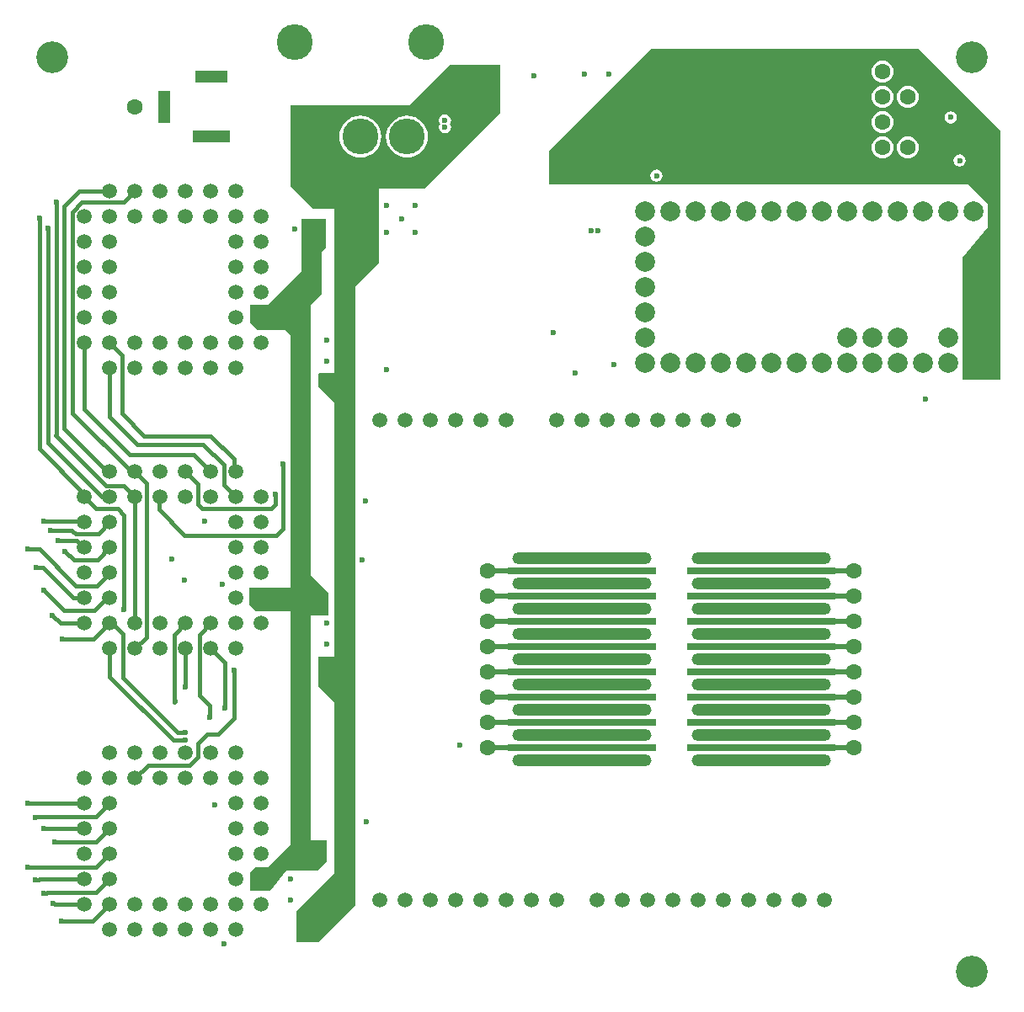
<source format=gbl>
G04*
G04 #@! TF.GenerationSoftware,Altium Limited,Altium Designer,19.0.12 (326)*
G04*
G04 Layer_Physical_Order=4*
G04 Layer_Color=16711680*
%FSLAX44Y44*%
%MOMM*%
G71*
G01*
G75*
%ADD40C,0.4000*%
%ADD42C,1.6000*%
G04:AMPARAMS|DCode=43|XSize=14mm|YSize=1.2mm|CornerRadius=0.6mm|HoleSize=0mm|Usage=FLASHONLY|Rotation=0.000|XOffset=0mm|YOffset=0mm|HoleType=Round|Shape=RoundedRectangle|*
%AMROUNDEDRECTD43*
21,1,14.0000,0.0000,0,0,0.0*
21,1,12.8000,1.2000,0,0,0.0*
1,1,1.2000,6.4000,0.0000*
1,1,1.2000,-6.4000,0.0000*
1,1,1.2000,-6.4000,0.0000*
1,1,1.2000,6.4000,0.0000*
%
%ADD43ROUNDEDRECTD43*%
%ADD44C,2.0000*%
%ADD45C,3.6000*%
%ADD46R,1.3000X3.2000*%
%ADD47R,3.2000X1.3000*%
%ADD48R,3.7000X1.3000*%
%ADD49C,1.5000*%
%ADD50C,3.2000*%
%ADD51C,0.6000*%
%ADD59R,15.0000X0.7000*%
%ADD60C,0.5000*%
G36*
X314960Y768604D02*
X310896Y764540D01*
Y722376D01*
X299720Y711200D01*
X299720Y439420D01*
X317500Y421640D01*
X317500Y398780D01*
X299720D01*
Y172720D01*
X316090D01*
X316230Y172580D01*
Y151130D01*
X307340Y142240D01*
X275981Y142240D01*
X259568Y121920D01*
X238760D01*
X238760Y139700D01*
X244602Y145542D01*
X257302D01*
X279400Y167640D01*
Y402844D01*
X279146Y403098D01*
X244348D01*
X238252Y409194D01*
Y426466D01*
X279400D01*
Y680720D01*
X274320Y685800D01*
X246507D01*
X238760Y693547D01*
Y711200D01*
X257556Y711200D01*
X290830Y744474D01*
Y797560D01*
X314960D01*
Y768604D01*
D02*
G37*
G36*
X914400Y965200D02*
X993140Y886460D01*
X993140Y635254D01*
X980440D01*
X955040Y635254D01*
Y758190D01*
X980440Y788541D01*
X980440Y812600D01*
X961190Y831850D01*
X539750D01*
X539750Y866140D01*
X568210Y894600D01*
X642366Y968756D01*
X910844D01*
X914400Y965200D01*
D02*
G37*
G36*
X490220Y903668D02*
X414592Y828040D01*
X368300D01*
Y768874D01*
Y752930D01*
X345000Y729630D01*
X345000Y107256D01*
X307594Y69850D01*
X285750D01*
Y101600D01*
X323850Y139700D01*
Y311150D01*
X307594Y327406D01*
Y356870D01*
X323850D01*
Y612394D01*
X307594Y628650D01*
X307594Y641455D01*
X308864Y642620D01*
X323850D01*
X323850Y725170D01*
X323850Y767604D01*
Y807720D01*
X302260D01*
X279400Y830580D01*
Y911860D01*
X398780D01*
X439420Y952500D01*
X490220D01*
Y903668D01*
D02*
G37*
%LPC*%
G36*
X875000Y956495D02*
X872128Y956117D01*
X869453Y955008D01*
X867155Y953245D01*
X865391Y950947D01*
X864283Y948272D01*
X863905Y945400D01*
X864283Y942528D01*
X865391Y939853D01*
X867155Y937555D01*
X869453Y935791D01*
X872128Y934683D01*
X875000Y934305D01*
X877872Y934683D01*
X880547Y935791D01*
X882845Y937555D01*
X884609Y939853D01*
X885717Y942528D01*
X886095Y945400D01*
X885717Y948272D01*
X884609Y950947D01*
X882845Y953245D01*
X880547Y955008D01*
X877872Y956117D01*
X875000Y956495D01*
D02*
G37*
G36*
X900400Y931095D02*
X897528Y930717D01*
X894853Y929609D01*
X892555Y927845D01*
X890791Y925547D01*
X889683Y922872D01*
X889305Y920000D01*
X889683Y917128D01*
X890791Y914453D01*
X892555Y912155D01*
X894853Y910391D01*
X897528Y909283D01*
X900400Y908905D01*
X903272Y909283D01*
X905947Y910391D01*
X908245Y912155D01*
X910008Y914453D01*
X911117Y917128D01*
X911495Y920000D01*
X911117Y922872D01*
X910008Y925547D01*
X908245Y927845D01*
X905947Y929609D01*
X903272Y930717D01*
X900400Y931095D01*
D02*
G37*
G36*
X875000D02*
X872128Y930717D01*
X869453Y929609D01*
X867155Y927845D01*
X865391Y925547D01*
X864283Y922872D01*
X863905Y920000D01*
X864283Y917128D01*
X865391Y914453D01*
X867155Y912155D01*
X869453Y910391D01*
X872128Y909283D01*
X875000Y908905D01*
X877872Y909283D01*
X880547Y910391D01*
X882845Y912155D01*
X884609Y914453D01*
X885717Y917128D01*
X886095Y920000D01*
X885717Y922872D01*
X884609Y925547D01*
X882845Y927845D01*
X880547Y929609D01*
X877872Y930717D01*
X875000Y931095D01*
D02*
G37*
G36*
X943610Y905531D02*
X941269Y905066D01*
X939284Y903740D01*
X937958Y901755D01*
X937493Y899414D01*
X937958Y897073D01*
X939284Y895088D01*
X941269Y893762D01*
X943610Y893297D01*
X945951Y893762D01*
X947936Y895088D01*
X949262Y897073D01*
X949727Y899414D01*
X949262Y901755D01*
X947936Y903740D01*
X945951Y905066D01*
X943610Y905531D01*
D02*
G37*
G36*
X875000Y905695D02*
X872128Y905317D01*
X869453Y904209D01*
X867155Y902445D01*
X865391Y900147D01*
X864283Y897472D01*
X863905Y894600D01*
X864283Y891728D01*
X865391Y889053D01*
X867155Y886755D01*
X869453Y884992D01*
X872128Y883883D01*
X875000Y883505D01*
X877872Y883883D01*
X880547Y884992D01*
X882845Y886755D01*
X884609Y889053D01*
X885717Y891728D01*
X886095Y894600D01*
X885717Y897472D01*
X884609Y900147D01*
X882845Y902445D01*
X880547Y904209D01*
X877872Y905317D01*
X875000Y905695D01*
D02*
G37*
G36*
X900400Y880295D02*
X897528Y879917D01*
X894853Y878809D01*
X892555Y877045D01*
X890791Y874747D01*
X889683Y872072D01*
X889305Y869200D01*
X889683Y866328D01*
X890791Y863652D01*
X892555Y861355D01*
X894853Y859592D01*
X897528Y858483D01*
X900400Y858105D01*
X903272Y858483D01*
X905947Y859592D01*
X908245Y861355D01*
X910008Y863652D01*
X911117Y866328D01*
X911495Y869200D01*
X911117Y872072D01*
X910008Y874747D01*
X908245Y877045D01*
X905947Y878809D01*
X903272Y879917D01*
X900400Y880295D01*
D02*
G37*
G36*
X875000D02*
X872128Y879917D01*
X869453Y878809D01*
X867155Y877045D01*
X865391Y874747D01*
X864283Y872072D01*
X863905Y869200D01*
X864283Y866328D01*
X865391Y863652D01*
X867155Y861355D01*
X869453Y859592D01*
X872128Y858483D01*
X875000Y858105D01*
X877872Y858483D01*
X880547Y859592D01*
X882845Y861355D01*
X884609Y863652D01*
X885717Y866328D01*
X886095Y869200D01*
X885717Y872072D01*
X884609Y874747D01*
X882845Y877045D01*
X880547Y878809D01*
X877872Y879917D01*
X875000Y880295D01*
D02*
G37*
G36*
X952500Y862097D02*
X950159Y861632D01*
X948174Y860306D01*
X946848Y858321D01*
X946383Y855980D01*
X946848Y853639D01*
X948174Y851654D01*
X950159Y850328D01*
X952500Y849863D01*
X954841Y850328D01*
X956826Y851654D01*
X958152Y853639D01*
X958617Y855980D01*
X958152Y858321D01*
X956826Y860306D01*
X954841Y861632D01*
X952500Y862097D01*
D02*
G37*
G36*
X647700Y846858D02*
X645359Y846392D01*
X643374Y845066D01*
X642048Y843081D01*
X641582Y840740D01*
X642048Y838399D01*
X643374Y836414D01*
X645359Y835088D01*
X647700Y834622D01*
X650041Y835088D01*
X652026Y836414D01*
X653352Y838399D01*
X653818Y840740D01*
X653352Y843081D01*
X652026Y845066D01*
X650041Y846392D01*
X647700Y846858D01*
D02*
G37*
G36*
X435000Y902484D02*
X432659Y902018D01*
X430674Y900692D01*
X429348Y898707D01*
X428882Y896366D01*
X429348Y894025D01*
X430104Y892893D01*
X429348Y891761D01*
X428882Y889420D01*
X429348Y887079D01*
X430674Y885094D01*
X432659Y883768D01*
X435000Y883303D01*
X437341Y883768D01*
X439326Y885094D01*
X440652Y887079D01*
X441118Y889420D01*
X440652Y891761D01*
X439896Y892893D01*
X440652Y894025D01*
X441118Y896366D01*
X440652Y898707D01*
X439326Y900692D01*
X437341Y902018D01*
X435000Y902484D01*
D02*
G37*
G36*
X397000Y901102D02*
X392883Y900696D01*
X388925Y899495D01*
X385277Y897545D01*
X382079Y894921D01*
X379455Y891723D01*
X377505Y888075D01*
X376304Y884117D01*
X375898Y880000D01*
X376304Y875883D01*
X377505Y871925D01*
X379455Y868277D01*
X382079Y865079D01*
X385277Y862455D01*
X388925Y860505D01*
X392883Y859304D01*
X397000Y858898D01*
X401117Y859304D01*
X405075Y860505D01*
X408723Y862455D01*
X411921Y865079D01*
X414545Y868277D01*
X416495Y871925D01*
X417696Y875883D01*
X418102Y880000D01*
X417696Y884117D01*
X416495Y888075D01*
X414545Y891723D01*
X411921Y894921D01*
X408723Y897545D01*
X405075Y899495D01*
X401117Y900696D01*
X397000Y901102D01*
D02*
G37*
G36*
X350000D02*
X345883Y900696D01*
X341925Y899495D01*
X338277Y897545D01*
X335079Y894921D01*
X332455Y891723D01*
X330505Y888075D01*
X329304Y884117D01*
X328898Y880000D01*
X329304Y875883D01*
X330505Y871925D01*
X332455Y868277D01*
X335079Y865079D01*
X338277Y862455D01*
X341925Y860505D01*
X345883Y859304D01*
X350000Y858898D01*
X354117Y859304D01*
X358075Y860505D01*
X361723Y862455D01*
X364921Y865079D01*
X367545Y868277D01*
X369495Y871925D01*
X370696Y875883D01*
X371102Y880000D01*
X370696Y884117D01*
X369495Y888075D01*
X367545Y891723D01*
X364921Y894921D01*
X361723Y897545D01*
X358075Y899495D01*
X354117Y900696D01*
X350000Y901102D01*
D02*
G37*
%LPD*%
D40*
X44196Y133698D02*
X72550D01*
X190697Y506025D02*
X260153D01*
X186690Y510032D02*
X190697Y506025D01*
X186690Y510032D02*
Y530385D01*
X162650Y311060D02*
Y379025D01*
X98238Y391325D02*
X100457Y390525D01*
X163644Y312054D02*
X163972D01*
X162650Y311060D02*
X163644Y312054D01*
X272034Y486156D02*
Y551044D01*
X265176Y479298D02*
X272034Y486156D01*
X260153Y506025D02*
X264160Y510032D01*
Y520700D01*
X46306Y474329D02*
X46847Y473788D01*
X31590Y184498D02*
X72550D01*
X112522Y404876D02*
Y499110D01*
X173482Y479298D02*
X265176D01*
X174150Y542925D02*
X186690Y530385D01*
X182405Y560070D02*
X199550Y542925D01*
X118110Y560070D02*
X182405D01*
X72550Y605630D02*
X118110Y560070D01*
X72550Y605630D02*
Y673100D01*
X119507Y542925D02*
X123350D01*
X60452Y601980D02*
X119507Y542925D01*
X60452Y601980D02*
Y804265D01*
X90297Y517525D02*
X97950D01*
X35814Y572008D02*
X90297Y517525D01*
X86393Y480568D02*
X97950Y492125D01*
X63645Y480568D02*
X86393D01*
X60089Y484124D02*
X63645Y480568D01*
X64707Y473788D02*
X71769Y466725D01*
X46847Y473788D02*
X64707D01*
X46306D02*
X46847D01*
X71769Y466725D02*
X72550D01*
X61877Y454725D02*
X85950D01*
X53306Y463296D02*
X61877Y454725D01*
X27178Y465074D02*
X64262Y427990D01*
X16002Y465074D02*
X27178D01*
X82075Y374650D02*
X97950Y390525D01*
X50292Y374650D02*
X82075D01*
X111252Y336042D02*
Y379730D01*
X100457Y390525D02*
X111252Y379730D01*
X222758Y294894D02*
Y343662D01*
X207264Y279400D02*
X222758Y294894D01*
X196342Y279400D02*
X207264D01*
X162650Y379025D02*
X174150Y390525D01*
X198374Y296418D02*
Y308102D01*
X188050Y318426D02*
X198374Y308102D01*
X188050Y318426D02*
Y379025D01*
X186436Y269494D02*
X196342Y279400D01*
X186436Y256373D02*
Y269494D01*
X177967Y247904D02*
X186436Y256373D01*
X136304Y247904D02*
X177967D01*
X123350Y234950D02*
X136304Y247904D01*
X134850Y385762D02*
Y531425D01*
X123350Y390525D02*
Y517525D01*
X105918Y505714D02*
X112522Y499110D01*
X84361Y505714D02*
X105918D01*
X72550Y517525D02*
X84361Y505714D01*
X134620Y376395D02*
Y385532D01*
X134850Y385762D01*
X123350Y542925D02*
X134850Y531425D01*
X147320Y505460D02*
X173482Y479298D01*
X147320Y505460D02*
Y516095D01*
X148750Y517525D01*
X123350Y365125D02*
X134620Y376395D01*
X213614Y305054D02*
Y351061D01*
X162052Y273050D02*
X173990D01*
X97950Y337152D02*
X162052Y273050D01*
X97950Y337152D02*
Y365125D01*
X166116Y281178D02*
X173736D01*
X111252Y336042D02*
X166116Y281178D01*
X199550Y365125D02*
X213614Y351061D01*
X132842Y579120D02*
X199429D01*
X110490Y601472D02*
X132842Y579120D01*
X110490Y601472D02*
Y660560D01*
X125476Y570738D02*
X192024D01*
X97950Y598264D02*
X125476Y570738D01*
X97950Y598264D02*
Y647700D01*
X188050Y379025D02*
X199550Y390525D01*
X174150Y328803D02*
Y365125D01*
X845504Y290683D02*
X845900Y291079D01*
X199429Y579120D02*
X222845Y555704D01*
X192024Y570738D02*
X212950Y549812D01*
X51816Y586082D02*
Y810006D01*
X44126Y579501D02*
Y814000D01*
X35814Y572008D02*
Y788162D01*
X27178Y565912D02*
Y798576D01*
X43942Y579317D02*
X94234Y529025D01*
X51816Y586082D02*
X94973Y542925D01*
X27178Y565912D02*
X72550Y520540D01*
X43942Y579317D02*
X44126Y579501D01*
X67310Y825500D02*
X97950D01*
X51816Y810006D02*
X67310Y825500D01*
X60452Y804265D02*
X70187Y814000D01*
X72550Y517525D02*
Y520540D01*
X94234Y529025D02*
X111850D01*
X123350Y517525D01*
X94973Y542925D02*
X97950D01*
X70187Y814000D02*
X111850D01*
X123350Y825500D01*
X222845Y545030D02*
Y555704D01*
Y545030D02*
X224950Y542925D01*
X31750Y493268D02*
X71407D01*
X72550Y492125D01*
X31095Y446403D02*
X61516Y415983D01*
X72492D01*
X72550Y415925D01*
X64262Y427990D02*
X85090D01*
X97950Y440850D01*
Y441325D01*
X31750Y423926D02*
X51751Y403925D01*
X48561Y390525D02*
X72550D01*
X40306Y398780D02*
X48561Y390525D01*
X51751Y403925D02*
X82869D01*
X24259Y446403D02*
X31095D01*
X46306Y474329D02*
Y474582D01*
X38862Y484124D02*
X60089D01*
X23876Y446786D02*
X24259Y446403D01*
X85950Y454725D02*
X97950Y466725D01*
X91178Y411859D02*
X95244Y415925D01*
X90803Y411859D02*
X91178D01*
X82869Y403925D02*
X90803Y411859D01*
X71280Y801370D02*
X72550Y800100D01*
X212950Y529525D02*
Y549812D01*
Y529525D02*
X224950Y517525D01*
X97950Y673100D02*
X110490Y660560D01*
X15240Y209550D02*
X72550D01*
X23368Y195072D02*
X24446Y196150D01*
X31496Y184404D02*
X31590Y184498D01*
X42988Y170750D02*
X84550D01*
X42672Y170434D02*
X42988Y170750D01*
X95244Y415925D02*
X97950D01*
X16825Y145351D02*
X16826Y145350D01*
X15939Y145351D02*
X16825D01*
X15748Y145542D02*
X15939Y145351D01*
X26607Y132779D02*
X27178Y133350D01*
X23051Y132779D02*
X26607D01*
X22860Y132588D02*
X23051Y132779D01*
X27178Y133350D02*
X72550D01*
X81186Y91186D02*
X97950Y107950D01*
X49784Y91186D02*
X81186D01*
X34544Y119126D02*
X35368Y119950D01*
X31750Y119126D02*
X34544D01*
X35368Y119950D02*
X84550D01*
X97950Y133350D01*
X42926Y107950D02*
X72550D01*
X84550Y196150D02*
X97950Y209550D01*
X24446Y196150D02*
X84550D01*
Y170750D02*
X97950Y184150D01*
X84550Y145350D02*
X97950Y158750D01*
X16826Y145350D02*
X84550D01*
D42*
X477600Y443479D02*
D03*
Y418079D02*
D03*
Y392679D02*
D03*
Y367279D02*
D03*
Y341879D02*
D03*
Y316479D02*
D03*
Y291079D02*
D03*
Y265679D02*
D03*
X845900D02*
D03*
Y291079D02*
D03*
Y316479D02*
D03*
Y341879D02*
D03*
Y367279D02*
D03*
Y392679D02*
D03*
Y418079D02*
D03*
Y443479D02*
D03*
X900400Y869200D02*
D03*
Y894600D02*
D03*
Y920000D02*
D03*
Y945400D02*
D03*
X875000D02*
D03*
Y920000D02*
D03*
Y894600D02*
D03*
Y869200D02*
D03*
X123350Y909800D02*
D03*
D43*
X753190Y430779D02*
D03*
Y456179D02*
D03*
Y405379D02*
D03*
Y379979D02*
D03*
Y354579D02*
D03*
Y329179D02*
D03*
Y303779D02*
D03*
Y278379D02*
D03*
Y252979D02*
D03*
X572850D02*
D03*
Y278379D02*
D03*
Y303779D02*
D03*
Y329179D02*
D03*
Y354579D02*
D03*
Y379979D02*
D03*
Y405379D02*
D03*
Y456179D02*
D03*
Y430779D02*
D03*
D44*
X839600Y678000D02*
D03*
X865000D02*
D03*
X890400D02*
D03*
X941200D02*
D03*
X966600Y652600D02*
D03*
X941200D02*
D03*
X915800D02*
D03*
X890400D02*
D03*
X865000D02*
D03*
X839600D02*
D03*
X814200D02*
D03*
X788800D02*
D03*
X763400D02*
D03*
X738000D02*
D03*
X712600D02*
D03*
X687200D02*
D03*
X661800D02*
D03*
X636400D02*
D03*
Y678000D02*
D03*
Y703400D02*
D03*
Y728800D02*
D03*
Y754200D02*
D03*
Y779600D02*
D03*
Y805000D02*
D03*
X661800D02*
D03*
X687200D02*
D03*
X712600D02*
D03*
X738000D02*
D03*
X763400D02*
D03*
X788800D02*
D03*
X814200D02*
D03*
X839600D02*
D03*
X865000D02*
D03*
X890400D02*
D03*
X915800D02*
D03*
X941200D02*
D03*
X966600D02*
D03*
D45*
X350000Y880000D02*
D03*
X416000Y975300D02*
D03*
X284000D02*
D03*
X397000Y880000D02*
D03*
X303000D02*
D03*
D46*
X153000Y910000D02*
D03*
D47*
X200000Y940000D02*
D03*
D48*
Y880000D02*
D03*
D49*
X547450Y595312D02*
D03*
X572850D02*
D03*
X598250D02*
D03*
X623650D02*
D03*
X649050D02*
D03*
X674450D02*
D03*
X699850D02*
D03*
X725250D02*
D03*
X588090Y112712D02*
D03*
X613490D02*
D03*
X664290D02*
D03*
X689690D02*
D03*
X715090D02*
D03*
X740490D02*
D03*
X765890D02*
D03*
X791290D02*
D03*
X816690D02*
D03*
X638890D02*
D03*
X547450D02*
D03*
X522050D02*
D03*
X496650D02*
D03*
X471250D02*
D03*
X445850D02*
D03*
X420450D02*
D03*
X395050D02*
D03*
X369650D02*
D03*
Y595312D02*
D03*
X395050D02*
D03*
X420450D02*
D03*
X445850D02*
D03*
X471250D02*
D03*
X496650D02*
D03*
X224950Y825500D02*
D03*
X199550D02*
D03*
X174150D02*
D03*
X148750D02*
D03*
X123350D02*
D03*
X97950D02*
D03*
X250350Y800100D02*
D03*
X224950D02*
D03*
X199550D02*
D03*
X174150D02*
D03*
X148750D02*
D03*
X123350D02*
D03*
X97950D02*
D03*
X72550D02*
D03*
X250350Y774700D02*
D03*
X224950D02*
D03*
X97950D02*
D03*
X72550D02*
D03*
X250350Y749300D02*
D03*
X224950D02*
D03*
X97950D02*
D03*
X72550D02*
D03*
X250350Y723900D02*
D03*
X224950D02*
D03*
X97950D02*
D03*
X72550D02*
D03*
X250350Y698500D02*
D03*
X224950D02*
D03*
X97950D02*
D03*
X72550D02*
D03*
X250350Y673100D02*
D03*
X224950D02*
D03*
X199550D02*
D03*
X174150D02*
D03*
X148750D02*
D03*
X123350D02*
D03*
X97950D02*
D03*
X72550D02*
D03*
X224950Y647700D02*
D03*
X199550D02*
D03*
X174150D02*
D03*
X148750D02*
D03*
X123350D02*
D03*
X97950D02*
D03*
X224950Y260350D02*
D03*
X199550D02*
D03*
X174150D02*
D03*
X148750D02*
D03*
X123350D02*
D03*
X97950D02*
D03*
X250350Y234950D02*
D03*
X224950D02*
D03*
X199550D02*
D03*
X174150D02*
D03*
X148750D02*
D03*
X123350D02*
D03*
X97950D02*
D03*
X72550D02*
D03*
X250350Y209550D02*
D03*
X224950D02*
D03*
X97950D02*
D03*
X72550D02*
D03*
X250350Y184150D02*
D03*
X224950D02*
D03*
X97950D02*
D03*
X72550D02*
D03*
X250350Y158750D02*
D03*
X224950D02*
D03*
X97950D02*
D03*
X72550D02*
D03*
X250350Y133350D02*
D03*
X224950D02*
D03*
X97950D02*
D03*
X72550D02*
D03*
X250350Y107950D02*
D03*
X224950D02*
D03*
X199550D02*
D03*
X174150D02*
D03*
X148750D02*
D03*
X123350D02*
D03*
X97950D02*
D03*
X72550D02*
D03*
X224950Y82550D02*
D03*
X199550D02*
D03*
X174150D02*
D03*
X148750D02*
D03*
X123350D02*
D03*
X97950D02*
D03*
X224950Y542925D02*
D03*
X199550D02*
D03*
X174150D02*
D03*
X148750D02*
D03*
X123350D02*
D03*
X97950D02*
D03*
X250350Y517525D02*
D03*
X224950D02*
D03*
X199550D02*
D03*
X174150D02*
D03*
X148750D02*
D03*
X123350D02*
D03*
X97950D02*
D03*
X72550D02*
D03*
X250350Y492125D02*
D03*
X224950D02*
D03*
X97950D02*
D03*
X72550D02*
D03*
X250350Y466725D02*
D03*
X224950D02*
D03*
X97950D02*
D03*
X72550D02*
D03*
X250350Y441325D02*
D03*
X224950D02*
D03*
X97950D02*
D03*
X72550D02*
D03*
X250350Y415925D02*
D03*
X224950D02*
D03*
X97950D02*
D03*
X72550D02*
D03*
X250350Y390525D02*
D03*
X224950D02*
D03*
X199550D02*
D03*
X174150D02*
D03*
X148750D02*
D03*
X123350D02*
D03*
X97950D02*
D03*
X72550D02*
D03*
X224950Y365125D02*
D03*
X199550D02*
D03*
X174150D02*
D03*
X148750D02*
D03*
X123350D02*
D03*
X97950D02*
D03*
D50*
X965000Y960000D02*
D03*
Y40000D02*
D03*
X40000Y960000D02*
D03*
D51*
X943610Y899414D02*
D03*
X212598Y68580D02*
D03*
X356362Y191008D02*
D03*
X163972Y312054D02*
D03*
X309850Y782350D02*
D03*
X302260Y789940D02*
D03*
X310896Y820360D02*
D03*
X376174Y784078D02*
D03*
Y811000D02*
D03*
X543560Y683260D02*
D03*
X647700Y840740D02*
D03*
X604520Y650748D02*
D03*
X264160Y520700D02*
D03*
X326390Y635254D02*
D03*
X303000Y76962D02*
D03*
X315722Y351282D02*
D03*
X327406Y351028D02*
D03*
X404912Y810748D02*
D03*
Y784078D02*
D03*
X918210Y615950D02*
D03*
X952500Y855980D02*
D03*
X556260Y866140D02*
D03*
X463550Y941050D02*
D03*
X435000Y896366D02*
D03*
X581660Y785500D02*
D03*
X566928Y877570D02*
D03*
X561848Y871728D02*
D03*
X450088Y268224D02*
D03*
X474980Y941070D02*
D03*
X825754Y882202D02*
D03*
Y924052D02*
D03*
X317246Y635254D02*
D03*
X312420Y409448D02*
D03*
X307594Y158750D02*
D03*
X293624Y76962D02*
D03*
X210820Y430022D02*
D03*
X193040Y493268D02*
D03*
X352044Y454660D02*
D03*
X112014Y404876D02*
D03*
X284229Y787115D02*
D03*
X203454Y208026D02*
D03*
X376174Y645922D02*
D03*
X222758Y343662D02*
D03*
X213614Y305054D02*
D03*
X173990Y273050D02*
D03*
X173736Y281178D02*
D03*
X354838Y514096D02*
D03*
X160528Y455676D02*
D03*
X173228Y434086D02*
D03*
X566166Y642112D02*
D03*
X600000Y942830D02*
D03*
X575000D02*
D03*
X524764Y941672D02*
D03*
X435000Y889420D02*
D03*
X391382Y797560D02*
D03*
X588772Y785368D02*
D03*
X316090Y369558D02*
D03*
X316230Y390640D02*
D03*
Y675640D02*
D03*
X316090Y654558D02*
D03*
X198374Y296418D02*
D03*
X174150Y326898D02*
D03*
X272034Y551044D02*
D03*
X27178Y798576D02*
D03*
X35814Y788162D02*
D03*
X44126Y814000D02*
D03*
X40306Y398780D02*
D03*
X31750Y493268D02*
D03*
X38862Y484124D02*
D03*
X46306Y473788D02*
D03*
X53306Y463296D02*
D03*
X16002Y465074D02*
D03*
X50292Y374650D02*
D03*
X31750Y423926D02*
D03*
X23876Y446786D02*
D03*
X15240Y209550D02*
D03*
X23368Y195072D02*
D03*
X31496Y184404D02*
D03*
X42672Y170434D02*
D03*
X15748Y145542D02*
D03*
X22860Y132588D02*
D03*
X49784Y91186D02*
D03*
X31750Y119126D02*
D03*
X41402Y108966D02*
D03*
X279654Y133712D02*
D03*
Y112712D02*
D03*
D59*
X753190Y443479D02*
D03*
Y418079D02*
D03*
Y392679D02*
D03*
Y367279D02*
D03*
Y341879D02*
D03*
Y316479D02*
D03*
Y291079D02*
D03*
Y265679D02*
D03*
X572850D02*
D03*
Y291079D02*
D03*
Y316479D02*
D03*
Y341879D02*
D03*
Y367279D02*
D03*
Y392679D02*
D03*
Y418079D02*
D03*
Y443479D02*
D03*
D60*
X753190Y316479D02*
X845900D01*
X750650D02*
X753190D01*
Y341879D02*
X845900D01*
X750650D02*
X753190D01*
Y367279D02*
X845900D01*
X750650D02*
X753190D01*
Y443479D02*
X845900D01*
X750650D02*
X753190D01*
Y392679D02*
X845900D01*
X750650D02*
X753190D01*
Y418079D02*
X845900D01*
X750650D02*
X753190D01*
Y291079D02*
X845900D01*
X750650D02*
X753190D01*
Y265679D02*
X845900D01*
X750650D02*
X753190D01*
X477600D02*
X572850D01*
X477600Y291079D02*
X572850D01*
X477600Y316479D02*
X572850D01*
X477600Y341879D02*
X572850D01*
X477600Y367279D02*
X572850D01*
X477600Y392679D02*
X572850D01*
X477600Y418079D02*
X572850D01*
X477600Y443479D02*
X572850D01*
M02*

</source>
